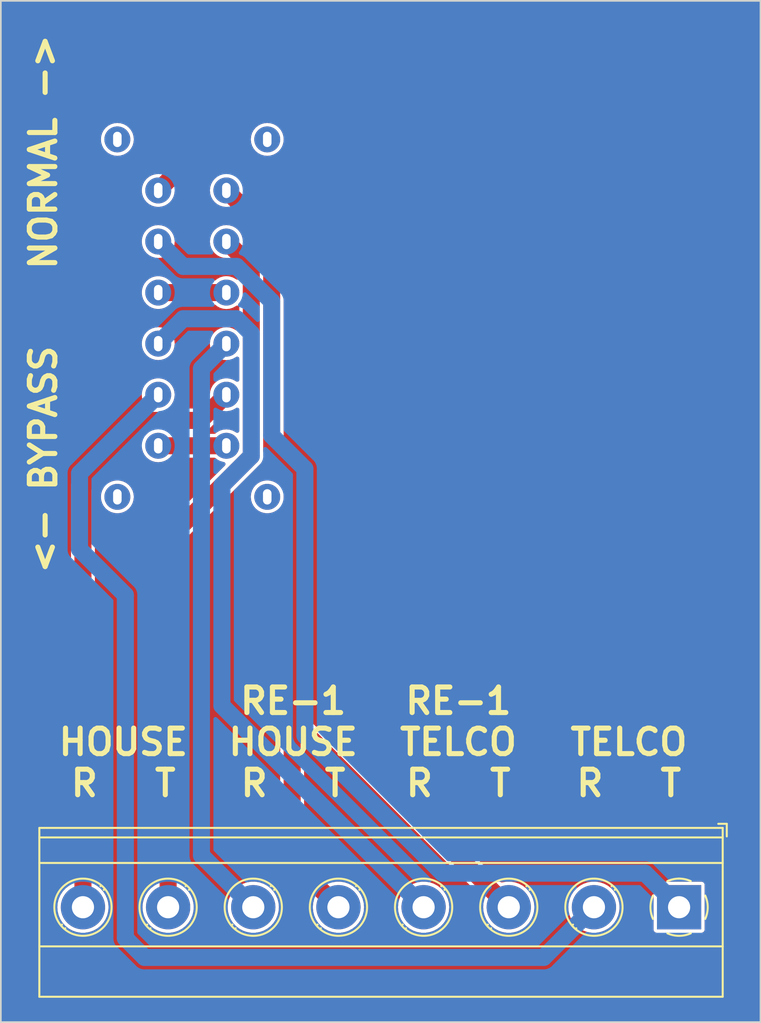
<source format=kicad_pcb>
(kicad_pcb (version 20221018) (generator pcbnew)
  (layers (0 "F.Cu" signal) (31 "B.Cu" signal) (34 "B.Paste" user) (35 "F.Paste" user) (36 "B.SilkS" user "B.Silkscreen") (37 "F.SilkS" user "F.Silkscreen") (38 "B.Mask" user) (39 "F.Mask" user) (44 "Edge.Cuts" user))
  (net 0 "")
  (net 1 "Net-(J1-Pin_1)")
  (net 2 "Net-(J1-Pin_2)")
  (net 3 "Net-(J1-Pin_3)")
  (net 4 "Net-(J1-Pin_4)")
  (net 5 "Net-(J1-Pin_5)")
  (net 6 "Net-(J1-Pin_7)")
  (net 7 "Net-(J1-Pin_8)")
  (net 8 "Net-(J1-Pin_9)")
  (net 9 "Net-(J1-Pin_10)")
  (net 10 "Net-(J1-Pin_11)")
  (footprint "gate-switch:4P2T" (layer "F.Cu") (at 106.86 61.3)
    (fp_text reference "J1" hide)
    (fp_text value "Conn_02x06_Odd_Even" hide)
    (pad "1" thru_hole oval (at 0 0) (size 1.524 1.524) (drill oval 0.5 0.9) (layers "*.Cu" "*.Mask") (net 1 "Net-(J1-Pin_1)"))
    (pad "2" thru_hole circle (at 4 0) (size 1.524 1.524) (drill oval 0.5 0.9) (layers "*.Cu" "*.Mask") (net 2 "Net-(J1-Pin_2)"))
    (pad "3" thru_hole circle (at 0 3) (size 1.524 1.524) (drill oval 0.5 0.9) (layers "*.Cu" "*.Mask") (net 3 "Net-(J1-Pin_3)"))
    (pad "4" thru_hole circle (at 4 3) (size 1.524 1.524) (drill oval 0.5 0.9) (layers "*.Cu" "*.Mask") (net 4 "Net-(J1-Pin_4)"))
    (pad "5" thru_hole circle (at 0 6) (size 1.524 1.524) (drill oval 0.5 0.9) (layers "*.Cu" "*.Mask") (net 5 "Net-(J1-Pin_5)"))
    (pad "6" thru_hole circle (at 4 6) (size 1.524 1.524) (drill oval 0.5 0.9) (layers "*.Cu" "*.Mask") (net 5 "Net-(J1-Pin_5)"))
    (pad "7" thru_hole circle (at 0 9) (size 1.524 1.524) (drill oval 0.5 0.9) (layers "*.Cu" "*.Mask") (net 6 "Net-(J1-Pin_7)"))
    (pad "8" thru_hole circle (at 4 9) (size 1.524 1.524) (drill oval 0.5 0.9) (layers "*.Cu" "*.Mask") (net 7 "Net-(J1-Pin_8)"))
    (pad "9" thru_hole circle (at 0 12) (size 1.524 1.524) (drill oval 0.5 0.9) (layers "*.Cu" "*.Mask") (net 8 "Net-(J1-Pin_9)"))
    (pad "10" thru_hole circle (at 4 12) (size 1.524 1.524) (drill oval 0.5 0.9) (layers "*.Cu" "*.Mask") (net 9 "Net-(J1-Pin_10)"))
    (pad "11" thru_hole circle (at 0 15) (size 1.524 1.524) (drill oval 0.5 0.9) (layers "*.Cu" "*.Mask") (net 10 "Net-(J1-Pin_11)"))
    (pad "12" thru_hole circle (at 4 15) (size 1.524 1.524) (drill oval 0.5 0.9) (layers "*.Cu" "*.Mask") (net 10 "Net-(J1-Pin_11)"))
    (pad "GND" thru_hole circle (at -2.4 -3) (size 1.524 1.524) (drill oval 0.5 0.9) (layers "*.Cu" "*.Mask"))
    (pad "GND" thru_hole circle (at -2.4 18) (size 1.524 1.524) (drill oval 0.5 0.9) (layers "*.Cu" "*.Mask"))
    (pad "GND" thru_hole circle (at 6.4 -3) (size 1.524 1.524) (drill oval 0.5 0.9) (layers "*.Cu" "*.Mask"))
    (pad "GND" thru_hole circle (at 6.4 18) (size 1.524 1.524) (drill oval 0.5 0.9) (layers "*.Cu" "*.Mask"))
  )
  (footprint "TerminalBlock_Phoenix:TerminalBlock_Phoenix_MKDS-1,5-8_1x08_P5.00mm_Horizontal" (layer "F.Cu") (at 137.44 103.41 180)
    (fp_text reference "J4" hide)
    (fp_text value "Conn_01x08")
    (fp_line (start -2.8 4.16) (end -2.8 4.9) (stroke (width 0.12)) (layer "F.SilkS"))
    (fp_line (start -2.8 4.9) (end -2.3 4.9) (stroke (width 0.12)) (layer "F.SilkS"))
    (fp_line (start -2.56 -5.261) (end -2.56 4.66) (stroke (width 0.12)) (layer "F.SilkS"))
    (fp_line (start -2.56 -5.261) (end 37.56 -5.261) (stroke (width 0.12)) (layer "F.SilkS"))
    (fp_line (start -2.56 -2.301) (end 37.56 -2.301) (stroke (width 0.12)) (layer "F.SilkS"))
    (fp_line (start -2.56 2.6) (end 37.56 2.6) (stroke (width 0.12)) (layer "F.SilkS"))
    (fp_line (start -2.56 4.1) (end 37.56 4.1) (stroke (width 0.12)) (layer "F.SilkS"))
    (fp_line (start -2.56 4.66) (end 37.56 4.66) (stroke (width 0.12)) (layer "F.SilkS"))
    (fp_line (start 3.773 1.023) (end 3.726 1.069) (stroke (width 0.12)) (layer "F.SilkS"))
    (fp_line (start 3.966 1.239) (end 3.931 1.274) (stroke (width 0.12)) (layer "F.SilkS"))
    (fp_line (start 6.07 -1.275) (end 6.035 -1.239) (stroke (width 0.12)) (layer "F.SilkS"))
    (fp_line (start 6.275 -1.069) (end 6.228 -1.023) (stroke (width 0.12)) (layer "F.SilkS"))
    (fp_line (start 8.773 1.023) (end 8.726 1.069) (stroke (width 0.12)) (layer "F.SilkS"))
    (fp_line (start 8.966 1.239) (end 8.931 1.274) (stroke (width 0.12)) (layer "F.SilkS"))
    (fp_line (start 11.07 -1.275) (end 11.035 -1.239) (stroke (width 0.12)) (layer "F.SilkS"))
    (fp_line (start 11.275 -1.069) (end 11.228 -1.023) (stroke (width 0.12)) (layer "F.SilkS"))
    (fp_line (start 13.773 1.023) (end 13.726 1.069) (stroke (width 0.12)) (layer "F.SilkS"))
    (fp_line (start 13.966 1.239) (end 13.931 1.274) (stroke (width 0.12)) (layer "F.SilkS"))
    (fp_line (start 16.07 -1.275) (end 16.035 -1.239) (stroke (width 0.12)) (layer "F.SilkS"))
    (fp_line (start 16.275 -1.069) (end 16.228 -1.023) (stroke (width 0.12)) (layer "F.SilkS"))
    (fp_line (start 18.773 1.023) (end 18.726 1.069) (stroke (width 0.12)) (layer "F.SilkS"))
    (fp_line (start 18.966 1.239) (end 18.931 1.274) (stroke (width 0.12)) (layer "F.SilkS"))
    (fp_line (start 21.07 -1.275) (end 21.035 -1.239) (stroke (width 0.12)) (layer "F.SilkS"))
    (fp_line (start 21.275 -1.069) (end 21.228 -1.023) (stroke (width 0.12)) (layer "F.SilkS"))
    (fp_line (start 23.773 1.023) (end 23.726 1.069) (stroke (width 0.12)) (layer "F.SilkS"))
    (fp_line (start 23.966 1.239) (end 23.931 1.274) (stroke (width 0.12)) (layer "F.SilkS"))
    (fp_line (start 26.07 -1.275) (end 26.035 -1.239) (stroke (width 0.12)) (layer "F.SilkS"))
    (fp_line (start 26.275 -1.069) (end 26.228 -1.023) (stroke (width 0.12)) (layer "F.SilkS"))
    (fp_line (start 28.773 1.023) (end 28.726 1.069) (stroke (width 0.12)) (layer "F.SilkS"))
    (fp_line (start 28.966 1.239) (end 28.931 1.274) (stroke (width 0.12)) (layer "F.SilkS"))
    (fp_line (start 31.07 -1.275) (end 31.035 -1.239) (stroke (width 0.12)) (layer "F.SilkS"))
    (fp_line (start 31.275 -1.069) (end 31.228 -1.023) (stroke (width 0.12)) (layer "F.SilkS"))
    (fp_line (start 33.773 1.023) (end 33.726 1.069) (stroke (width 0.12)) (layer "F.SilkS"))
    (fp_line (start 33.966 1.239) (end 33.931 1.274) (stroke (width 0.12)) (layer "F.SilkS"))
    (fp_line (start 36.07 -1.275) (end 36.035 -1.239) (stroke (width 0.12)) (layer "F.SilkS"))
    (fp_line (start 36.275 -1.069) (end 36.228 -1.023) (stroke (width 0.12)) (layer "F.SilkS"))
    (fp_line (start 37.56 -5.261) (end 37.56 4.66) (stroke (width 0.12)) (layer "F.SilkS"))
    (fp_arc (start -1.535427 0.683042) (mid -1.680501 -0.000524) (end -1.535 -0.684) (stroke (width 0.12)) (layer "F.SilkS"))
    (fp_arc (start -0.683042 -1.535427) (mid 0.000524 -1.680501) (end 0.684 -1.535) (stroke (width 0.12)) (layer "F.SilkS"))
    (fp_arc (start 0.028805 1.680253) (mid -0.335551 1.646659) (end -0.684 1.535) (stroke (width 0.12)) (layer "F.SilkS"))
    (fp_arc (start 0.683318 1.534756) (mid 0.349292 1.643288) (end 0 1.68) (stroke (width 0.12)) (layer "F.SilkS"))
    (fp_arc (start 1.535427 -0.683042) (mid 1.680501 0.000524) (end 1.535 0.684) (stroke (width 0.12)) (layer "F.SilkS"))
    (fp_circle (center 5 0) (end 6.68 0) (stroke (width 0.12)) (fill none) (layer "F.SilkS"))
    (fp_circle (center 10 0) (end 11.68 0) (stroke (width 0.12)) (fill none) (layer "F.SilkS"))
    (fp_circle (center 15 0) (end 16.68 0) (stroke (width 0.12)) (fill none) (layer "F.SilkS"))
    (fp_circle (center 20 0) (end 21.68 0) (stroke (width 0.12)) (fill none) (layer "F.SilkS"))
    (fp_circle (center 25 0) (end 26.68 0) (stroke (width 0.12)) (fill none) (layer "F.SilkS"))
    (fp_circle (center 30 0) (end 31.68 0) (stroke (width 0.12)) (fill none) (layer "F.SilkS"))
    (fp_circle (center 35 0) (end 36.68 0) (stroke (width 0.12)) (fill none) (layer "F.SilkS"))
    (pad "1" thru_hole rect (at 0 0 180) (size 2.6 2.6) (drill 1.3) (layers "*.Cu" "*.Mask") (net 3 "Net-(J1-Pin_3)"))
    (pad "2" thru_hole circle (at 5 0 180) (size 2.6 2.6) (drill 1.3) (layers "*.Cu" "*.Mask") (net 8 "Net-(J1-Pin_9)"))
    (pad "3" thru_hole circle (at 10 0 180) (size 2.6 2.6) (drill 1.3) (layers "*.Cu" "*.Mask") (net 1 "Net-(J1-Pin_1)"))
    (pad "4" thru_hole circle (at 15 0 180) (size 2.6 2.6) (drill 1.3) (layers "*.Cu" "*.Mask") (net 6 "Net-(J1-Pin_7)"))
    (pad "5" thru_hole circle (at 20 0 180) (size 2.6 2.6) (drill 1.3) (layers "*.Cu" "*.Mask") (net 2 "Net-(J1-Pin_2)"))
    (pad "6" thru_hole circle (at 25 0 180) (size 2.6 2.6) (drill 1.3) (layers "*.Cu" "*.Mask") (net 7 "Net-(J1-Pin_8)"))
    (pad "7" thru_hole circle (at 30 0 180) (size 2.6 2.6) (drill 1.3) (layers "*.Cu" "*.Mask") (net 4 "Net-(J1-Pin_4)"))
    (pad "8" thru_hole circle (at 35 0 180) (size 2.6 2.6) (drill 1.3) (layers "*.Cu" "*.Mask") (net 9 "Net-(J1-Pin_10)"))
  )
  (gr_line (start 142.22 50.16) (end 142.22 110.16) (stroke (width 0.1)) (layer "Edge.Cuts"))
  (gr_line (start 97.62 110.16) (end 142.22 110.16) (stroke (width 0.1)) (layer "Edge.Cuts"))
  (gr_line (start 97.62 50.16) (end 142.22 50.16) (stroke (width 0.1)) (layer "Edge.Cuts"))
  (gr_line (start 97.62 50.16) (end 97.62 110.16) (stroke (width 0.1)) (layer "Edge.Cuts"))
  (gr_text "RE-1\nTELCO\nR   T" (at 124.48 97) (layer "F.SilkS") (effects (font (size 1.5 1.5) (thickness 0.3) bold) (justify bottom)))
  (gr_text "HOUSE\nR   T" (at 104.81 97) (layer "F.SilkS") (effects (font (size 1.5 1.5) (thickness 0.3) bold) (justify bottom)))
  (gr_text "<- BYPASS    NORMAL ->" (at 100.99 83.95 90) (layer "F.SilkS") (effects (font (size 1.5 1.5) (thickness 0.3) bold) (justify left bottom)))
  (gr_text "TELCO\nR   T" (at 134.49 97) (layer "F.SilkS") (effects (font (size 1.5 1.5) (thickness 0.3) bold) (justify bottom)))
  (gr_text "RE-1\nHOUSE\nR   T" (at 114.78 97) (layer "F.SilkS") (effects (font (size 1.5 1.5) (thickness 0.3) bold) (justify bottom)))
  (segment (start 111.63 59.63) (end 108.53 59.63) (width 1) (layer "F.Cu") (net 1))
  (segment (start 114.722 62.722) (end 111.63 59.63) (width 1) (layer "F.Cu") (net 1))
  (segment (start 114.722 76.072944) (end 114.722 62.722) (width 1) (layer "F.Cu") (net 1))
  (segment (start 127.44 103.41) (end 115.922 91.892) (width 1) (layer "F.Cu") (net 1))
  (segment (start 115.922 77.272944) (end 114.722 76.072944) (width 1) (layer "F.Cu") (net 1))
  (segment (start 115.922 91.892) (end 115.922 77.272944) (width 1) (layer "F.Cu") (net 1))
  (segment (start 108.53 59.63) (end 106.86 61.3) (width 1) (layer "F.Cu") (net 1))
  (segment (start 113.522 76.57) (end 113.522 63.962) (width 1) (layer "F.Cu") (net 2))
  (segment (start 114.722 77.77) (end 113.522 76.57) (width 1) (layer "F.Cu") (net 2))
  (segment (start 113.522 63.962) (end 110.86 61.3) (width 1) (layer "F.Cu") (net 2))
  (segment (start 114.722 100.692) (end 114.722 77.77) (width 1) (layer "F.Cu") (net 2))
  (segment (start 117.44 103.41) (end 114.722 100.692) (width 1) (layer "F.Cu") (net 2))
  (segment (start 115.47 77.65) (end 113.522 75.702) (width 1) (layer "B.Cu") (net 3))
  (segment (start 108.322 65.762) (end 106.86 64.3) (width 1) (layer "B.Cu") (net 3))
  (segment (start 113.522 67.818419) (end 111.465581 65.762) (width 1) (layer "B.Cu") (net 3))
  (segment (start 111.465581 65.762) (end 108.322 65.762) (width 1) (layer "B.Cu") (net 3))
  (segment (start 123.55 101.41) (end 115.47 93.33) (width 1) (layer "B.Cu") (net 3))
  (segment (start 137.44 103.41) (end 135.44 101.41) (width 1) (layer "B.Cu") (net 3))
  (segment (start 135.44 101.41) (end 123.55 101.41) (width 1) (layer "B.Cu") (net 3))
  (segment (start 113.522 75.702) (end 113.522 67.818419) (width 1) (layer "B.Cu") (net 3))
  (segment (start 115.47 93.33) (end 115.47 77.65) (width 1) (layer "B.Cu") (net 3))
  (segment (start 112.322 76.905581) (end 112.322 65.762) (width 1) (layer "F.Cu") (net 4))
  (segment (start 107.44 103.41) (end 107.44 81.787581) (width 1) (layer "F.Cu") (net 4))
  (segment (start 107.44 81.787581) (end 112.322 76.905581) (width 1) (layer "F.Cu") (net 4))
  (segment (start 112.322 65.762) (end 110.86 64.3) (width 1) (layer "F.Cu") (net 4))
  (segment (start 106.86 67.3) (end 110.86 67.3) (width 1) (layer "F.Cu") (net 5))
  (segment (start 112.322 76.905581) (end 112.322 69.694419) (width 1) (layer "B.Cu") (net 6))
  (segment (start 110.598 78.629581) (end 112.322 76.905581) (width 1) (layer "B.Cu") (net 6))
  (segment (start 111.465581 68.838) (end 108.322 68.838) (width 1) (layer "B.Cu") (net 6))
  (segment (start 110.598 91.568) (end 110.598 78.629581) (width 1) (layer "B.Cu") (net 6))
  (segment (start 112.322 69.694419) (end 111.465581 68.838) (width 1) (layer "B.Cu") (net 6))
  (segment (start 108.322 68.838) (end 106.86 70.3) (width 1) (layer "B.Cu") (net 6))
  (segment (start 122.44 103.41) (end 110.598 91.568) (width 1) (layer "B.Cu") (net 6))
  (segment (start 112.44 103.41) (end 109.398 100.368) (width 1) (layer "B.Cu") (net 7))
  (segment (start 109.398 100.368) (end 109.398 71.762) (width 1) (layer "B.Cu") (net 7))
  (segment (start 109.398 71.762) (end 110.86 70.3) (width 1) (layer "B.Cu") (net 7))
  (segment (start 104.93 85.07) (end 102.24 82.38) (width 1) (layer "B.Cu") (net 8))
  (segment (start 129.49 106.36) (end 106.06 106.36) (width 1) (layer "B.Cu") (net 8))
  (segment (start 102.24 82.38) (end 102.24 77.92) (width 1) (layer "B.Cu") (net 8))
  (segment (start 102.24 77.92) (end 106.86 73.3) (width 1) (layer "B.Cu") (net 8))
  (segment (start 132.44 103.41) (end 129.49 106.36) (width 1) (layer "B.Cu") (net 8))
  (segment (start 104.93 105.23) (end 104.93 85.07) (width 1) (layer "B.Cu") (net 8))
  (segment (start 106.06 106.36) (end 104.93 105.23) (width 1) (layer "B.Cu") (net 8))
  (segment (start 109.35 74.81) (end 110.86 73.3) (width 1) (layer "F.Cu") (net 9))
  (segment (start 106.282419 74.81) (end 109.35 74.81) (width 1) (layer "F.Cu") (net 9))
  (segment (start 102.44 103.41) (end 102.44 78.652419) (width 1) (layer "F.Cu") (net 9))
  (segment (start 102.44 78.652419) (end 106.282419 74.81) (width 1) (layer "F.Cu") (net 9))
  (segment (start 106.86 76.3) (end 110.86 76.3) (width 1) (layer "F.Cu") (net 10))
  (zone (net 0) (net_name "") (layers "F&B.Cu") (connect_pads (clearance 0)) (min_thickness 0.25) (fill yes (thermal_gap 0.5) (thermal_bridge_width 0.5) (island_removal_mode 1) (island_area_min 10))
    (polygon (pts (xy 135.58 50.16) (xy 97.61 50.17) (xy 97.62 110.16) (xy 142.23 110.16) (xy 142.23 50.15)))
  )
)
</source>
